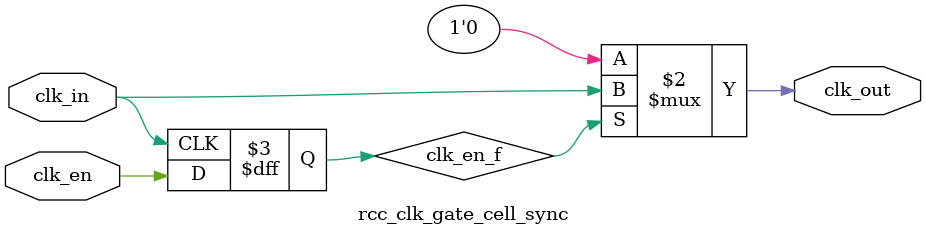
<source format=v>
module rcc_clk_gate_cell_sync (
    input  wire clk_in,
    input  wire clk_en,
    output wire clk_out
);
  reg clk_en_f;

  always @(posedge clk_in) begin
    clk_en_f <= clk_en;
  end

  assign clk_out = clk_en_f ? clk_in : 1'b0;

endmodule  //rcc_clk_gate_cell

</source>
